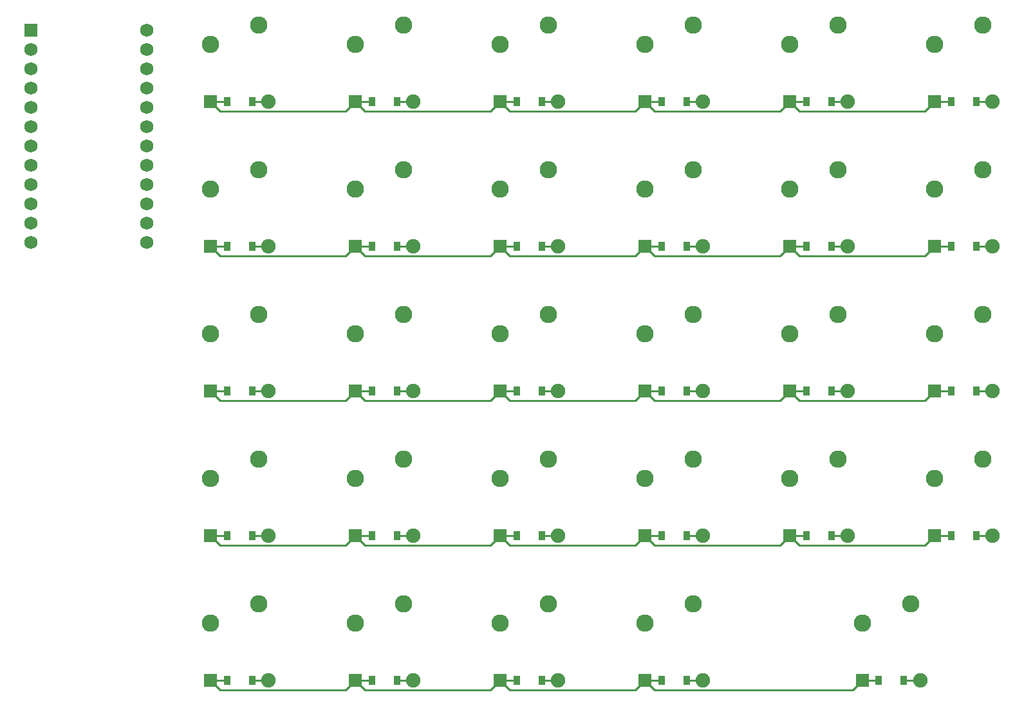
<source format=gtl>
%TF.GenerationSoftware,KiCad,Pcbnew,9.0.4*%
%TF.CreationDate,2025-09-30T19:49:13-05:00*%
%TF.ProjectId,keyboard,6b657962-6f61-4726-942e-6b696361645f,v1.0.0*%
%TF.SameCoordinates,Original*%
%TF.FileFunction,Copper,L1,Top*%
%TF.FilePolarity,Positive*%
%FSLAX46Y46*%
G04 Gerber Fmt 4.6, Leading zero omitted, Abs format (unit mm)*
G04 Created by KiCad (PCBNEW 9.0.4) date 2025-09-30 19:49:13*
%MOMM*%
%LPD*%
G01*
G04 APERTURE LIST*
%TA.AperFunction,ComponentPad*%
%ADD10R,1.778000X1.778000*%
%TD*%
%TA.AperFunction,SMDPad,CuDef*%
%ADD11R,0.900000X1.200000*%
%TD*%
%TA.AperFunction,ComponentPad*%
%ADD12C,1.905000*%
%TD*%
%TA.AperFunction,ComponentPad*%
%ADD13C,2.286000*%
%TD*%
%TA.AperFunction,ComponentPad*%
%ADD14R,1.752600X1.752600*%
%TD*%
%TA.AperFunction,ComponentPad*%
%ADD15C,1.752600*%
%TD*%
%TA.AperFunction,Conductor*%
%ADD16C,0.250000*%
%TD*%
G04 APERTURE END LIST*
D10*
%TO.P,D29,1*%
%TO.N,P18*%
X241440000Y-78800000D03*
D11*
X243600000Y-78800000D03*
%TO.P,D29,2*%
%TO.N,inner_num*%
X246900000Y-78800000D03*
D12*
X249060000Y-78800000D03*
%TD*%
D10*
%TO.P,D26,1*%
%TO.N,P16*%
X241440000Y-135950000D03*
D11*
X243600000Y-135950000D03*
%TO.P,D26,2*%
%TO.N,inner_bottom*%
X246900000Y-135950000D03*
D12*
X249060000Y-135950000D03*
%TD*%
D13*
%TO.P,S3,1*%
%TO.N,P9*%
X152540000Y-106820000D03*
%TO.P,S3,2*%
%TO.N,outer_home*%
X146190000Y-109360000D03*
%TD*%
%TO.P,S25,1*%
%TO.N,P4*%
X238265000Y-144920000D03*
%TO.P,S25,2*%
%TO.N,inner_mod*%
X231915000Y-147460000D03*
%TD*%
%TO.P,S4,1*%
%TO.N,P9*%
X152540000Y-87770000D03*
%TO.P,S4,2*%
%TO.N,outer_top*%
X146190000Y-90310000D03*
%TD*%
%TO.P,S20,1*%
%TO.N,P6*%
X209690000Y-68720000D03*
%TO.P,S20,2*%
%TO.N,middle_num*%
X203340000Y-71260000D03*
%TD*%
%TO.P,S16,1*%
%TO.N,P6*%
X209690000Y-144920000D03*
%TO.P,S16,2*%
%TO.N,middle_mod*%
X203340000Y-147460000D03*
%TD*%
D10*
%TO.P,D16,1*%
%TO.N,P10*%
X203340000Y-155000000D03*
D11*
X205500000Y-155000000D03*
%TO.P,D16,2*%
%TO.N,middle_mod*%
X208800000Y-155000000D03*
D12*
X210960000Y-155000000D03*
%TD*%
D13*
%TO.P,S22,1*%
%TO.N,P5*%
X228740000Y-106820000D03*
%TO.P,S22,2*%
%TO.N,index_home*%
X222390000Y-109360000D03*
%TD*%
D10*
%TO.P,D11,1*%
%TO.N,P10*%
X184290000Y-155000000D03*
D11*
X186450000Y-155000000D03*
%TO.P,D11,2*%
%TO.N,ring_mod*%
X189750000Y-155000000D03*
D12*
X191910000Y-155000000D03*
%TD*%
D10*
%TO.P,D2,1*%
%TO.N,P16*%
X146190000Y-135950000D03*
D11*
X148350000Y-135950000D03*
%TO.P,D2,2*%
%TO.N,outer_bottom*%
X151650000Y-135950000D03*
D12*
X153810000Y-135950000D03*
%TD*%
D10*
%TO.P,D7,1*%
%TO.N,P16*%
X165240000Y-135950000D03*
D11*
X167400000Y-135950000D03*
%TO.P,D7,2*%
%TO.N,pinky_bottom*%
X170700000Y-135950000D03*
D12*
X172860000Y-135950000D03*
%TD*%
D13*
%TO.P,S24,1*%
%TO.N,P5*%
X228740000Y-68720000D03*
%TO.P,S24,2*%
%TO.N,index_num*%
X222390000Y-71260000D03*
%TD*%
%TO.P,S18,1*%
%TO.N,P6*%
X209690000Y-106820000D03*
%TO.P,S18,2*%
%TO.N,middle_home*%
X203340000Y-109360000D03*
%TD*%
D10*
%TO.P,D18,1*%
%TO.N,P14*%
X203340000Y-116900000D03*
D11*
X205500000Y-116900000D03*
%TO.P,D18,2*%
%TO.N,middle_home*%
X208800000Y-116900000D03*
D12*
X210960000Y-116900000D03*
%TD*%
D13*
%TO.P,S10,1*%
%TO.N,P8*%
X171590000Y-68720000D03*
%TO.P,S10,2*%
%TO.N,pinky_num*%
X165240000Y-71260000D03*
%TD*%
%TO.P,S7,1*%
%TO.N,P8*%
X171590000Y-125870000D03*
%TO.P,S7,2*%
%TO.N,pinky_bottom*%
X165240000Y-128410000D03*
%TD*%
D10*
%TO.P,D21,1*%
%TO.N,P16*%
X222390000Y-135950000D03*
D11*
X224550000Y-135950000D03*
%TO.P,D21,2*%
%TO.N,index_bottom*%
X227850000Y-135950000D03*
D12*
X230010000Y-135950000D03*
%TD*%
D10*
%TO.P,D5,1*%
%TO.N,P18*%
X146190000Y-78800000D03*
D11*
X148350000Y-78800000D03*
%TO.P,D5,2*%
%TO.N,outer_num*%
X151650000Y-78800000D03*
D12*
X153810000Y-78800000D03*
%TD*%
D10*
%TO.P,D10,1*%
%TO.N,P18*%
X165240000Y-78800000D03*
D11*
X167400000Y-78800000D03*
%TO.P,D10,2*%
%TO.N,pinky_num*%
X170700000Y-78800000D03*
D12*
X172860000Y-78800000D03*
%TD*%
D13*
%TO.P,S2,1*%
%TO.N,P9*%
X152540000Y-125870000D03*
%TO.P,S2,2*%
%TO.N,outer_bottom*%
X146190000Y-128410000D03*
%TD*%
D10*
%TO.P,D27,1*%
%TO.N,P14*%
X241440000Y-116900000D03*
D11*
X243600000Y-116900000D03*
%TO.P,D27,2*%
%TO.N,inner_home*%
X246900000Y-116900000D03*
D12*
X249060000Y-116900000D03*
%TD*%
D13*
%TO.P,S13,1*%
%TO.N,P7*%
X190640000Y-106820000D03*
%TO.P,S13,2*%
%TO.N,ring_home*%
X184290000Y-109360000D03*
%TD*%
%TO.P,S17,1*%
%TO.N,P6*%
X209690000Y-125870000D03*
%TO.P,S17,2*%
%TO.N,middle_bottom*%
X203340000Y-128410000D03*
%TD*%
D10*
%TO.P,D13,1*%
%TO.N,P14*%
X184290000Y-116900000D03*
D11*
X186450000Y-116900000D03*
%TO.P,D13,2*%
%TO.N,ring_home*%
X189750000Y-116900000D03*
D12*
X191910000Y-116900000D03*
%TD*%
D13*
%TO.P,S1,1*%
%TO.N,P9*%
X152540000Y-144920000D03*
%TO.P,S1,2*%
%TO.N,outer_mod*%
X146190000Y-147460000D03*
%TD*%
%TO.P,S5,1*%
%TO.N,P9*%
X152540000Y-68720000D03*
%TO.P,S5,2*%
%TO.N,outer_num*%
X146190000Y-71260000D03*
%TD*%
%TO.P,S27,1*%
%TO.N,P4*%
X247790000Y-106820000D03*
%TO.P,S27,2*%
%TO.N,inner_home*%
X241440000Y-109360000D03*
%TD*%
D10*
%TO.P,D17,1*%
%TO.N,P16*%
X203340000Y-135950000D03*
D11*
X205500000Y-135950000D03*
%TO.P,D17,2*%
%TO.N,middle_bottom*%
X208800000Y-135950000D03*
D12*
X210960000Y-135950000D03*
%TD*%
D13*
%TO.P,S23,1*%
%TO.N,P5*%
X228740000Y-87770000D03*
%TO.P,S23,2*%
%TO.N,index_top*%
X222390000Y-90310000D03*
%TD*%
%TO.P,S28,1*%
%TO.N,P4*%
X247790000Y-87770000D03*
%TO.P,S28,2*%
%TO.N,inner_top*%
X241440000Y-90310000D03*
%TD*%
%TO.P,S9,1*%
%TO.N,P8*%
X171590000Y-87770000D03*
%TO.P,S9,2*%
%TO.N,pinky_top*%
X165240000Y-90310000D03*
%TD*%
%TO.P,S8,1*%
%TO.N,P8*%
X171590000Y-106820000D03*
%TO.P,S8,2*%
%TO.N,pinky_home*%
X165240000Y-109360000D03*
%TD*%
D10*
%TO.P,D20,1*%
%TO.N,P18*%
X203340000Y-78800000D03*
D11*
X205500000Y-78800000D03*
%TO.P,D20,2*%
%TO.N,middle_num*%
X208800000Y-78800000D03*
D12*
X210960000Y-78800000D03*
%TD*%
D13*
%TO.P,S29,1*%
%TO.N,P4*%
X247790000Y-68720000D03*
%TO.P,S29,2*%
%TO.N,inner_num*%
X241440000Y-71260000D03*
%TD*%
D10*
%TO.P,D6,1*%
%TO.N,P10*%
X165240000Y-155000000D03*
D11*
X167400000Y-155000000D03*
%TO.P,D6,2*%
%TO.N,pinky_mod*%
X170700000Y-155000000D03*
D12*
X172860000Y-155000000D03*
%TD*%
D14*
%TO.P,MCU1,1*%
%TO.N,RAW*%
X122580000Y-69355000D03*
D15*
%TO.P,MCU1,2*%
%TO.N,GND*%
X122580000Y-71895000D03*
%TO.P,MCU1,3*%
%TO.N,RST*%
X122580000Y-74435000D03*
%TO.P,MCU1,4*%
%TO.N,VCC*%
X122580000Y-76975000D03*
%TO.P,MCU1,5*%
%TO.N,P21*%
X122580000Y-79515000D03*
%TO.P,MCU1,6*%
%TO.N,P20*%
X122580000Y-82055000D03*
%TO.P,MCU1,7*%
%TO.N,P19*%
X122580000Y-84595000D03*
%TO.P,MCU1,8*%
%TO.N,P18*%
X122580000Y-87135000D03*
%TO.P,MCU1,9*%
%TO.N,P15*%
X122580000Y-89675000D03*
%TO.P,MCU1,10*%
%TO.N,P14*%
X122580000Y-92215000D03*
%TO.P,MCU1,11*%
%TO.N,P16*%
X122580000Y-94755000D03*
%TO.P,MCU1,12*%
%TO.N,P10*%
X122580000Y-97295000D03*
%TO.P,MCU1,13*%
%TO.N,P1*%
X137820000Y-69355000D03*
%TO.P,MCU1,14*%
%TO.N,P0*%
X137820000Y-71895000D03*
%TO.P,MCU1,15*%
%TO.N,GND*%
X137820000Y-74435000D03*
%TO.P,MCU1,16*%
X137820000Y-76975000D03*
%TO.P,MCU1,17*%
%TO.N,P2*%
X137820000Y-79515000D03*
%TO.P,MCU1,18*%
%TO.N,P3*%
X137820000Y-82055000D03*
%TO.P,MCU1,19*%
%TO.N,P4*%
X137820000Y-84595000D03*
%TO.P,MCU1,20*%
%TO.N,P5*%
X137820000Y-87135000D03*
%TO.P,MCU1,21*%
%TO.N,P6*%
X137820000Y-89675000D03*
%TO.P,MCU1,22*%
%TO.N,P7*%
X137820000Y-92215000D03*
%TO.P,MCU1,23*%
%TO.N,P8*%
X137820000Y-94755000D03*
%TO.P,MCU1,24*%
%TO.N,P9*%
X137820000Y-97295000D03*
%TD*%
D13*
%TO.P,S11,1*%
%TO.N,P7*%
X190640000Y-144920000D03*
%TO.P,S11,2*%
%TO.N,ring_mod*%
X184290000Y-147460000D03*
%TD*%
D10*
%TO.P,D4,1*%
%TO.N,P15*%
X146190000Y-97850000D03*
D11*
X148350000Y-97850000D03*
%TO.P,D4,2*%
%TO.N,outer_top*%
X151650000Y-97850000D03*
D12*
X153810000Y-97850000D03*
%TD*%
D10*
%TO.P,D14,1*%
%TO.N,P15*%
X184290000Y-97850000D03*
D11*
X186450000Y-97850000D03*
%TO.P,D14,2*%
%TO.N,ring_top*%
X189750000Y-97850000D03*
D12*
X191910000Y-97850000D03*
%TD*%
D10*
%TO.P,D28,1*%
%TO.N,P15*%
X241440000Y-97850000D03*
D11*
X243600000Y-97850000D03*
%TO.P,D28,2*%
%TO.N,inner_top*%
X246900000Y-97850000D03*
D12*
X249060000Y-97850000D03*
%TD*%
D10*
%TO.P,D19,1*%
%TO.N,P15*%
X203340000Y-97850000D03*
D11*
X205500000Y-97850000D03*
%TO.P,D19,2*%
%TO.N,middle_top*%
X208800000Y-97850000D03*
D12*
X210960000Y-97850000D03*
%TD*%
D10*
%TO.P,D12,1*%
%TO.N,P16*%
X184290000Y-135950000D03*
D11*
X186450000Y-135950000D03*
%TO.P,D12,2*%
%TO.N,ring_bottom*%
X189750000Y-135950000D03*
D12*
X191910000Y-135950000D03*
%TD*%
D10*
%TO.P,D9,1*%
%TO.N,P15*%
X165240000Y-97850000D03*
D11*
X167400000Y-97850000D03*
%TO.P,D9,2*%
%TO.N,pinky_top*%
X170700000Y-97850000D03*
D12*
X172860000Y-97850000D03*
%TD*%
D10*
%TO.P,D3,1*%
%TO.N,P14*%
X146190000Y-116900000D03*
D11*
X148350000Y-116900000D03*
%TO.P,D3,2*%
%TO.N,outer_home*%
X151650000Y-116900000D03*
D12*
X153810000Y-116900000D03*
%TD*%
D13*
%TO.P,S6,1*%
%TO.N,P8*%
X171590000Y-144920000D03*
%TO.P,S6,2*%
%TO.N,pinky_mod*%
X165240000Y-147460000D03*
%TD*%
%TO.P,S12,1*%
%TO.N,P7*%
X190640000Y-125870000D03*
%TO.P,S12,2*%
%TO.N,ring_bottom*%
X184290000Y-128410000D03*
%TD*%
D10*
%TO.P,D22,1*%
%TO.N,P14*%
X222390000Y-116900000D03*
D11*
X224550000Y-116900000D03*
%TO.P,D22,2*%
%TO.N,index_home*%
X227850000Y-116900000D03*
D12*
X230010000Y-116900000D03*
%TD*%
D10*
%TO.P,D8,1*%
%TO.N,P14*%
X165240000Y-116900000D03*
D11*
X167400000Y-116900000D03*
%TO.P,D8,2*%
%TO.N,pinky_home*%
X170700000Y-116900000D03*
D12*
X172860000Y-116900000D03*
%TD*%
D10*
%TO.P,D23,1*%
%TO.N,P15*%
X222390000Y-97850000D03*
D11*
X224550000Y-97850000D03*
%TO.P,D23,2*%
%TO.N,index_top*%
X227850000Y-97850000D03*
D12*
X230010000Y-97850000D03*
%TD*%
D13*
%TO.P,S15,1*%
%TO.N,P7*%
X190640000Y-68720000D03*
%TO.P,S15,2*%
%TO.N,ring_num*%
X184290000Y-71260000D03*
%TD*%
%TO.P,S14,1*%
%TO.N,P7*%
X190640000Y-87770000D03*
%TO.P,S14,2*%
%TO.N,ring_top*%
X184290000Y-90310000D03*
%TD*%
%TO.P,S21,1*%
%TO.N,P5*%
X228740000Y-125870000D03*
%TO.P,S21,2*%
%TO.N,index_bottom*%
X222390000Y-128410000D03*
%TD*%
D10*
%TO.P,D15,1*%
%TO.N,P18*%
X184290000Y-78800000D03*
D11*
X186450000Y-78800000D03*
%TO.P,D15,2*%
%TO.N,ring_num*%
X189750000Y-78800000D03*
D12*
X191910000Y-78800000D03*
%TD*%
D10*
%TO.P,D1,1*%
%TO.N,P10*%
X146190000Y-155000000D03*
D11*
X148350000Y-155000000D03*
%TO.P,D1,2*%
%TO.N,outer_mod*%
X151650000Y-155000000D03*
D12*
X153810000Y-155000000D03*
%TD*%
D13*
%TO.P,S26,1*%
%TO.N,P4*%
X247790000Y-125870000D03*
%TO.P,S26,2*%
%TO.N,inner_bottom*%
X241440000Y-128410000D03*
%TD*%
D10*
%TO.P,D24,1*%
%TO.N,P18*%
X222390000Y-78800000D03*
D11*
X224550000Y-78800000D03*
%TO.P,D24,2*%
%TO.N,index_num*%
X227850000Y-78800000D03*
D12*
X230010000Y-78800000D03*
%TD*%
D13*
%TO.P,S19,1*%
%TO.N,P6*%
X209690000Y-87770000D03*
%TO.P,S19,2*%
%TO.N,middle_top*%
X203340000Y-90310000D03*
%TD*%
D10*
%TO.P,D25,1*%
%TO.N,P10*%
X231915000Y-155000000D03*
D11*
X234075000Y-155000000D03*
%TO.P,D25,2*%
%TO.N,inner_mod*%
X237375000Y-155000000D03*
D12*
X239535000Y-155000000D03*
%TD*%
D16*
%TO.N,outer_mod*%
X153810000Y-155000000D02*
X151650000Y-155000000D01*
%TO.N,outer_bottom*%
X153810000Y-135950000D02*
X151650000Y-135950000D01*
%TO.N,outer_home*%
X153810000Y-116900000D02*
X151650000Y-116900000D01*
%TO.N,outer_top*%
X151650000Y-97850000D02*
X153810000Y-97850000D01*
%TO.N,outer_num*%
X151650000Y-78800000D02*
X153810000Y-78800000D01*
%TO.N,pinky_mod*%
X172860000Y-155000000D02*
X170700000Y-155000000D01*
%TO.N,pinky_bottom*%
X170700000Y-135950000D02*
X172860000Y-135950000D01*
%TO.N,pinky_home*%
X172860000Y-116900000D02*
X170700000Y-116900000D01*
%TO.N,pinky_top*%
X170700000Y-97850000D02*
X172860000Y-97850000D01*
%TO.N,pinky_num*%
X170700000Y-78800000D02*
X172860000Y-78800000D01*
%TO.N,ring_mod*%
X191910000Y-155000000D02*
X189750000Y-155000000D01*
%TO.N,ring_bottom*%
X191910000Y-135950000D02*
X189750000Y-135950000D01*
%TO.N,ring_home*%
X191910000Y-116900000D02*
X189750000Y-116900000D01*
%TO.N,ring_top*%
X189750000Y-97850000D02*
X191910000Y-97850000D01*
%TO.N,ring_num*%
X189750000Y-78800000D02*
X191910000Y-78800000D01*
%TO.N,middle_mod*%
X210960000Y-155000000D02*
X208800000Y-155000000D01*
%TO.N,middle_bottom*%
X208800000Y-135950000D02*
X210960000Y-135950000D01*
%TO.N,middle_home*%
X210960000Y-116900000D02*
X208800000Y-116900000D01*
%TO.N,middle_top*%
X208800000Y-97850000D02*
X210960000Y-97850000D01*
%TO.N,middle_num*%
X208800000Y-78800000D02*
X210960000Y-78800000D01*
%TO.N,index_bottom*%
X227850000Y-135950000D02*
X230010000Y-135950000D01*
%TO.N,index_home*%
X230010000Y-116900000D02*
X227850000Y-116900000D01*
%TO.N,index_top*%
X227850000Y-97850000D02*
X230010000Y-97850000D01*
%TO.N,index_num*%
X227850000Y-78800000D02*
X230010000Y-78800000D01*
%TO.N,inner_mod*%
X239535000Y-155000000D02*
X237375000Y-155000000D01*
%TO.N,inner_bottom*%
X246900000Y-135950000D02*
X249060000Y-135950000D01*
%TO.N,inner_home*%
X249060000Y-116900000D02*
X246900000Y-116900000D01*
%TO.N,inner_top*%
X246900000Y-97850000D02*
X249060000Y-97850000D01*
%TO.N,inner_num*%
X249060000Y-78800000D02*
X246900000Y-78800000D01*
%TO.N,P10*%
X147468500Y-156278500D02*
X163961500Y-156278500D01*
X167400000Y-155000000D02*
X165240000Y-155000000D01*
X186450000Y-155000000D02*
X184290000Y-155000000D01*
X183011500Y-156278500D02*
X184290000Y-155000000D01*
X205500000Y-155000000D02*
X203340000Y-155000000D01*
X163961500Y-156278500D02*
X165240000Y-155000000D01*
X166518500Y-156278500D02*
X183011500Y-156278500D01*
X204618500Y-156278500D02*
X230636500Y-156278500D01*
X185568500Y-156278500D02*
X202061500Y-156278500D01*
X148350000Y-155000000D02*
X146190000Y-155000000D01*
X203340000Y-155000000D02*
X204618500Y-156278500D01*
X230636500Y-156278500D02*
X231915000Y-155000000D01*
X184290000Y-155000000D02*
X185568500Y-156278500D01*
X165240000Y-155000000D02*
X166518500Y-156278500D01*
X234075000Y-155000000D02*
X231915000Y-155000000D01*
X202061500Y-156278500D02*
X203340000Y-155000000D01*
X146190000Y-155000000D02*
X147468500Y-156278500D01*
%TO.N,P16*%
X166518500Y-137228500D02*
X165240000Y-135950000D01*
X185568500Y-137228500D02*
X184290000Y-135950000D01*
X165240000Y-135950000D02*
X163961500Y-137228500D01*
X241440000Y-135950000D02*
X240161500Y-137228500D01*
X221111500Y-137228500D02*
X204618500Y-137228500D01*
X222390000Y-135950000D02*
X224550000Y-135950000D01*
X240161500Y-137228500D02*
X223668500Y-137228500D01*
X204618500Y-137228500D02*
X203340000Y-135950000D01*
X223668500Y-137228500D02*
X222390000Y-135950000D01*
X203340000Y-135950000D02*
X202061500Y-137228500D01*
X203340000Y-135950000D02*
X205500000Y-135950000D01*
X184290000Y-135950000D02*
X183011500Y-137228500D01*
X241440000Y-135950000D02*
X243600000Y-135950000D01*
X202061500Y-137228500D02*
X185568500Y-137228500D01*
X184290000Y-135950000D02*
X186450000Y-135950000D01*
X148350000Y-135950000D02*
X146190000Y-135950000D01*
X165240000Y-135950000D02*
X167400000Y-135950000D01*
X222390000Y-135950000D02*
X221111500Y-137228500D01*
X183011500Y-137228500D02*
X166518500Y-137228500D01*
X163961500Y-137228500D02*
X147468500Y-137228500D01*
X147468500Y-137228500D02*
X146190000Y-135950000D01*
%TO.N,P14*%
X147468500Y-118178500D02*
X163961500Y-118178500D01*
X163961500Y-118178500D02*
X165240000Y-116900000D01*
X166518500Y-118178500D02*
X183011500Y-118178500D01*
X146190000Y-116900000D02*
X147468500Y-118178500D01*
X243600000Y-116900000D02*
X241440000Y-116900000D01*
X223668500Y-118178500D02*
X240161500Y-118178500D01*
X221111500Y-118178500D02*
X222390000Y-116900000D01*
X183011500Y-118178500D02*
X184290000Y-116900000D01*
X240161500Y-118178500D02*
X241440000Y-116900000D01*
X203340000Y-116900000D02*
X204618500Y-118178500D01*
X148350000Y-116900000D02*
X146190000Y-116900000D01*
X205500000Y-116900000D02*
X203340000Y-116900000D01*
X204618500Y-118178500D02*
X221111500Y-118178500D01*
X167400000Y-116900000D02*
X165240000Y-116900000D01*
X184290000Y-116900000D02*
X185568500Y-118178500D01*
X165240000Y-116900000D02*
X166518500Y-118178500D01*
X202061500Y-118178500D02*
X203340000Y-116900000D01*
X186450000Y-116900000D02*
X184290000Y-116900000D01*
X185568500Y-118178500D02*
X202061500Y-118178500D01*
X222390000Y-116900000D02*
X223668500Y-118178500D01*
X224550000Y-116900000D02*
X222390000Y-116900000D01*
%TO.N,P15*%
X241440000Y-97850000D02*
X240161500Y-99128500D01*
X202061500Y-99128500D02*
X185568500Y-99128500D01*
X223668500Y-99128500D02*
X222390000Y-97850000D01*
X163961500Y-99128500D02*
X147468500Y-99128500D01*
X184290000Y-97850000D02*
X186450000Y-97850000D01*
X185568500Y-99128500D02*
X184290000Y-97850000D01*
X222390000Y-97850000D02*
X221111500Y-99128500D01*
X241440000Y-97850000D02*
X243600000Y-97850000D01*
X147468500Y-99128500D02*
X146190000Y-97850000D01*
X222390000Y-97850000D02*
X224550000Y-97850000D01*
X183011500Y-99128500D02*
X166518500Y-99128500D01*
X166518500Y-99128500D02*
X165240000Y-97850000D01*
X165240000Y-97850000D02*
X167400000Y-97850000D01*
X204618500Y-99128500D02*
X203340000Y-97850000D01*
X221111500Y-99128500D02*
X204618500Y-99128500D01*
X184290000Y-97850000D02*
X183011500Y-99128500D01*
X240161500Y-99128500D02*
X223668500Y-99128500D01*
X146190000Y-97850000D02*
X148350000Y-97850000D01*
X203340000Y-97850000D02*
X202061500Y-99128500D01*
X203340000Y-97850000D02*
X205500000Y-97850000D01*
X165240000Y-97850000D02*
X163961500Y-99128500D01*
%TO.N,P18*%
X203340000Y-78800000D02*
X204618500Y-80078500D01*
X184290000Y-78800000D02*
X185568500Y-80078500D01*
X243600000Y-78800000D02*
X241440000Y-78800000D01*
X165240000Y-78800000D02*
X166518500Y-80078500D01*
X165240000Y-78800000D02*
X167400000Y-78800000D01*
X147468500Y-80078500D02*
X163961500Y-80078500D01*
X203340000Y-78800000D02*
X205500000Y-78800000D01*
X185568500Y-80078500D02*
X202061500Y-80078500D01*
X202061500Y-80078500D02*
X203340000Y-78800000D01*
X183011500Y-80078500D02*
X184290000Y-78800000D01*
X222390000Y-78800000D02*
X223668500Y-80078500D01*
X166518500Y-80078500D02*
X183011500Y-80078500D01*
X204618500Y-80078500D02*
X221111500Y-80078500D01*
X163961500Y-80078500D02*
X165240000Y-78800000D01*
X223668500Y-80078500D02*
X240161500Y-80078500D01*
X184290000Y-78800000D02*
X186450000Y-78800000D01*
X224550000Y-78800000D02*
X222390000Y-78800000D01*
X146190000Y-78800000D02*
X148350000Y-78800000D01*
X146190000Y-78800000D02*
X147468500Y-80078500D01*
X221111500Y-80078500D02*
X222390000Y-78800000D01*
X240161500Y-80078500D02*
X241440000Y-78800000D01*
%TD*%
M02*

</source>
